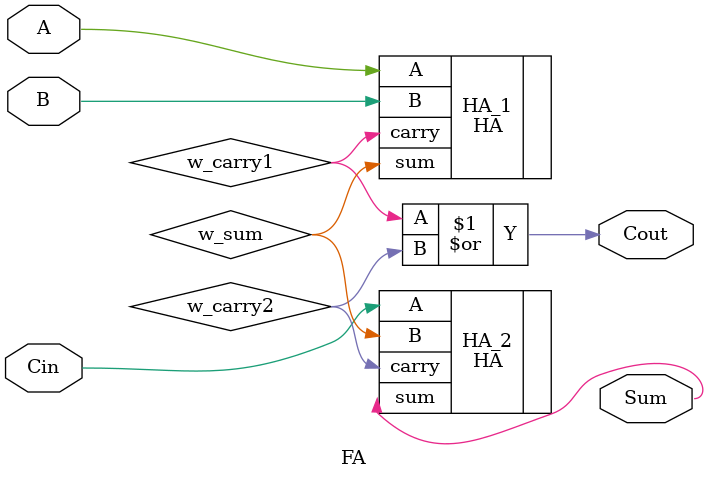
<source format=v>
`timescale 1ns / 1ps
module FA( 
	input  A,B,Cin,
	output Sum,Cout
    );
	wire w_sum, w_carry1, w_carry2;
	
		HA HA_1(
		.A(A),
		.B(B),
		.sum(w_sum),
		.carry(w_carry1)
		);
		
		HA HA_2 (
		.A(Cin),
		.B(w_sum),
		.sum(Sum),
		.carry(w_carry2)
		);
		
		assign Cout = w_carry1 | w_carry2 ;
endmodule

</source>
